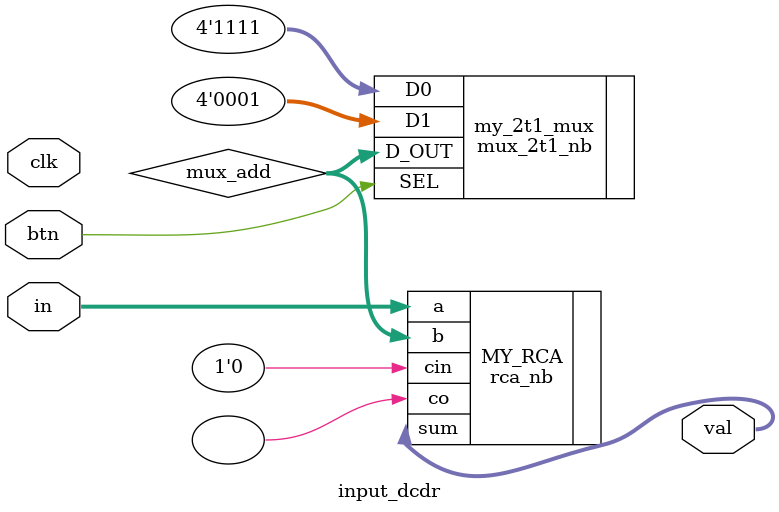
<source format=v>
`timescale 1ns / 1ps


module input_dcdr(
    input [3:0] in,
    input btn,
    input clk,
    output [3:0] val
    );
    
    wire [3:0] mux_add;
    
    mux_2t1_nb  #(.n(4)) my_2t1_mux  (
       .SEL   (btn), 
       .D0    (4'b1111), 
       .D1    (4'b0001), 
       .D_OUT (mux_add) );
       
    rca_nb #(.n(4)) MY_RCA (
        .a   (in), 
        .b   (mux_add), 
        .cin (1'b0), 
        .sum (val), 
        .co  ()
        );
endmodule

</source>
